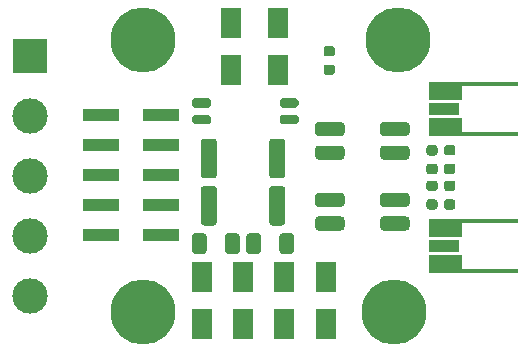
<source format=gts>
G04 #@! TF.GenerationSoftware,KiCad,Pcbnew,5.1.9-73d0e3b20d~88~ubuntu20.04.1*
G04 #@! TF.CreationDate,2021-08-23T08:34:32+03:00*
G04 #@! TF.ProjectId,multirange_adapter,6d756c74-6972-4616-9e67-655f61646170,rev?*
G04 #@! TF.SameCoordinates,Original*
G04 #@! TF.FileFunction,Soldermask,Top*
G04 #@! TF.FilePolarity,Negative*
%FSLAX46Y46*%
G04 Gerber Fmt 4.6, Leading zero omitted, Abs format (unit mm)*
G04 Created by KiCad (PCBNEW 5.1.9-73d0e3b20d~88~ubuntu20.04.1) date 2021-08-23 08:34:32*
%MOMM*%
%LPD*%
G01*
G04 APERTURE LIST*
%ADD10C,0.350000*%
%ADD11R,2.600000X1.100000*%
%ADD12R,3.150000X1.000000*%
%ADD13C,5.500000*%
%ADD14C,3.000000*%
%ADD15R,3.000000X3.000000*%
%ADD16R,1.800000X2.500000*%
G04 APERTURE END LIST*
D10*
G04 #@! TO.C,J4*
G36*
X110250000Y-106600000D02*
G01*
X117750000Y-106600000D01*
X117750000Y-106950000D01*
X113050000Y-106950000D01*
X113050000Y-108150000D01*
X110250000Y-108150000D01*
X110250000Y-106600000D01*
G37*
G36*
X110250000Y-109650000D02*
G01*
X113050000Y-109650000D01*
X113050000Y-110850000D01*
X117750000Y-110850000D01*
X117750000Y-111200000D01*
X110250000Y-111200000D01*
X110250000Y-109650000D01*
G37*
D11*
X111550000Y-108900000D03*
G04 #@! TD*
D10*
G04 #@! TO.C,J3*
G36*
X110250000Y-95000000D02*
G01*
X117750000Y-95000000D01*
X117750000Y-95350000D01*
X113050000Y-95350000D01*
X113050000Y-96550000D01*
X110250000Y-96550000D01*
X110250000Y-95000000D01*
G37*
G36*
X110250000Y-98050000D02*
G01*
X113050000Y-98050000D01*
X113050000Y-99250000D01*
X117750000Y-99250000D01*
X117750000Y-99600000D01*
X110250000Y-99600000D01*
X110250000Y-98050000D01*
G37*
D11*
X111550000Y-97300000D03*
G04 #@! TD*
G04 #@! TO.C,C2*
G36*
G01*
X112256250Y-104250000D02*
X111743750Y-104250000D01*
G75*
G02*
X111525000Y-104031250I0J218750D01*
G01*
X111525000Y-103593750D01*
G75*
G02*
X111743750Y-103375000I218750J0D01*
G01*
X112256250Y-103375000D01*
G75*
G02*
X112475000Y-103593750I0J-218750D01*
G01*
X112475000Y-104031250D01*
G75*
G02*
X112256250Y-104250000I-218750J0D01*
G01*
G37*
G36*
G01*
X112256250Y-105825000D02*
X111743750Y-105825000D01*
G75*
G02*
X111525000Y-105606250I0J218750D01*
G01*
X111525000Y-105168750D01*
G75*
G02*
X111743750Y-104950000I218750J0D01*
G01*
X112256250Y-104950000D01*
G75*
G02*
X112475000Y-105168750I0J-218750D01*
G01*
X112475000Y-105606250D01*
G75*
G02*
X112256250Y-105825000I-218750J0D01*
G01*
G37*
G04 #@! TD*
G04 #@! TO.C,C1*
G36*
G01*
X111743750Y-101937500D02*
X112256250Y-101937500D01*
G75*
G02*
X112475000Y-102156250I0J-218750D01*
G01*
X112475000Y-102593750D01*
G75*
G02*
X112256250Y-102812500I-218750J0D01*
G01*
X111743750Y-102812500D01*
G75*
G02*
X111525000Y-102593750I0J218750D01*
G01*
X111525000Y-102156250D01*
G75*
G02*
X111743750Y-101937500I218750J0D01*
G01*
G37*
G36*
G01*
X111743750Y-100362500D02*
X112256250Y-100362500D01*
G75*
G02*
X112475000Y-100581250I0J-218750D01*
G01*
X112475000Y-101018750D01*
G75*
G02*
X112256250Y-101237500I-218750J0D01*
G01*
X111743750Y-101237500D01*
G75*
G02*
X111525000Y-101018750I0J218750D01*
G01*
X111525000Y-100581250D01*
G75*
G02*
X111743750Y-100362500I218750J0D01*
G01*
G37*
G04 #@! TD*
G04 #@! TO.C,R7*
G36*
G01*
X110756250Y-104250000D02*
X110243750Y-104250000D01*
G75*
G02*
X110025000Y-104031250I0J218750D01*
G01*
X110025000Y-103593750D01*
G75*
G02*
X110243750Y-103375000I218750J0D01*
G01*
X110756250Y-103375000D01*
G75*
G02*
X110975000Y-103593750I0J-218750D01*
G01*
X110975000Y-104031250D01*
G75*
G02*
X110756250Y-104250000I-218750J0D01*
G01*
G37*
G36*
G01*
X110756250Y-105825000D02*
X110243750Y-105825000D01*
G75*
G02*
X110025000Y-105606250I0J218750D01*
G01*
X110025000Y-105168750D01*
G75*
G02*
X110243750Y-104950000I218750J0D01*
G01*
X110756250Y-104950000D01*
G75*
G02*
X110975000Y-105168750I0J-218750D01*
G01*
X110975000Y-105606250D01*
G75*
G02*
X110756250Y-105825000I-218750J0D01*
G01*
G37*
G04 #@! TD*
G04 #@! TO.C,R6*
G36*
G01*
X110243750Y-101950000D02*
X110756250Y-101950000D01*
G75*
G02*
X110975000Y-102168750I0J-218750D01*
G01*
X110975000Y-102606250D01*
G75*
G02*
X110756250Y-102825000I-218750J0D01*
G01*
X110243750Y-102825000D01*
G75*
G02*
X110025000Y-102606250I0J218750D01*
G01*
X110025000Y-102168750D01*
G75*
G02*
X110243750Y-101950000I218750J0D01*
G01*
G37*
G36*
G01*
X110243750Y-100375000D02*
X110756250Y-100375000D01*
G75*
G02*
X110975000Y-100593750I0J-218750D01*
G01*
X110975000Y-101031250D01*
G75*
G02*
X110756250Y-101250000I-218750J0D01*
G01*
X110243750Y-101250000D01*
G75*
G02*
X110025000Y-101031250I0J218750D01*
G01*
X110025000Y-100593750D01*
G75*
G02*
X110243750Y-100375000I218750J0D01*
G01*
G37*
G04 #@! TD*
G04 #@! TO.C,R1*
G36*
G01*
X102056250Y-92850000D02*
X101543750Y-92850000D01*
G75*
G02*
X101325000Y-92631250I0J218750D01*
G01*
X101325000Y-92193750D01*
G75*
G02*
X101543750Y-91975000I218750J0D01*
G01*
X102056250Y-91975000D01*
G75*
G02*
X102275000Y-92193750I0J-218750D01*
G01*
X102275000Y-92631250D01*
G75*
G02*
X102056250Y-92850000I-218750J0D01*
G01*
G37*
G36*
G01*
X102056250Y-94425000D02*
X101543750Y-94425000D01*
G75*
G02*
X101325000Y-94206250I0J218750D01*
G01*
X101325000Y-93768750D01*
G75*
G02*
X101543750Y-93550000I218750J0D01*
G01*
X102056250Y-93550000D01*
G75*
G02*
X102275000Y-93768750I0J-218750D01*
G01*
X102275000Y-94206250D01*
G75*
G02*
X102056250Y-94425000I-218750J0D01*
G01*
G37*
G04 #@! TD*
D12*
G04 #@! TO.C,J2*
X87525000Y-107980000D03*
X82475000Y-107980000D03*
X87525000Y-105440000D03*
X82475000Y-105440000D03*
X87525000Y-102900000D03*
X82475000Y-102900000D03*
X87525000Y-100360000D03*
X82475000Y-100360000D03*
X87525000Y-97820000D03*
X82475000Y-97820000D03*
G04 #@! TD*
D13*
G04 #@! TO.C,H4*
X107300000Y-114500000D03*
G04 #@! TD*
G04 #@! TO.C,H3*
X107600000Y-91500000D03*
G04 #@! TD*
G04 #@! TO.C,H2*
X86000000Y-114500000D03*
G04 #@! TD*
G04 #@! TO.C,H1*
X86000000Y-91500000D03*
G04 #@! TD*
G04 #@! TO.C,R3*
G36*
G01*
X92275000Y-100074999D02*
X92275000Y-102925001D01*
G75*
G02*
X92025001Y-103175000I-249999J0D01*
G01*
X91174999Y-103175000D01*
G75*
G02*
X90925000Y-102925001I0J249999D01*
G01*
X90925000Y-100074999D01*
G75*
G02*
X91174999Y-99825000I249999J0D01*
G01*
X92025001Y-99825000D01*
G75*
G02*
X92275000Y-100074999I0J-249999D01*
G01*
G37*
G36*
G01*
X98075000Y-100074999D02*
X98075000Y-102925001D01*
G75*
G02*
X97825001Y-103175000I-249999J0D01*
G01*
X96974999Y-103175000D01*
G75*
G02*
X96725000Y-102925001I0J249999D01*
G01*
X96725000Y-100074999D01*
G75*
G02*
X96974999Y-99825000I249999J0D01*
G01*
X97825001Y-99825000D01*
G75*
G02*
X98075000Y-100074999I0J-249999D01*
G01*
G37*
G04 #@! TD*
G04 #@! TO.C,R5*
G36*
G01*
X91425000Y-108075000D02*
X91425000Y-109325000D01*
G75*
G02*
X91175000Y-109575000I-250000J0D01*
G01*
X90425000Y-109575000D01*
G75*
G02*
X90175000Y-109325000I0J250000D01*
G01*
X90175000Y-108075000D01*
G75*
G02*
X90425000Y-107825000I250000J0D01*
G01*
X91175000Y-107825000D01*
G75*
G02*
X91425000Y-108075000I0J-250000D01*
G01*
G37*
G36*
G01*
X94225000Y-108075000D02*
X94225000Y-109325000D01*
G75*
G02*
X93975000Y-109575000I-250000J0D01*
G01*
X93225000Y-109575000D01*
G75*
G02*
X92975000Y-109325000I0J250000D01*
G01*
X92975000Y-108075000D01*
G75*
G02*
X93225000Y-107825000I250000J0D01*
G01*
X93975000Y-107825000D01*
G75*
G02*
X94225000Y-108075000I0J-250000D01*
G01*
G37*
G04 #@! TD*
G04 #@! TO.C,R2*
G36*
G01*
X97575000Y-109325000D02*
X97575000Y-108075000D01*
G75*
G02*
X97825000Y-107825000I250000J0D01*
G01*
X98575000Y-107825000D01*
G75*
G02*
X98825000Y-108075000I0J-250000D01*
G01*
X98825000Y-109325000D01*
G75*
G02*
X98575000Y-109575000I-250000J0D01*
G01*
X97825000Y-109575000D01*
G75*
G02*
X97575000Y-109325000I0J250000D01*
G01*
G37*
G36*
G01*
X94775000Y-109325000D02*
X94775000Y-108075000D01*
G75*
G02*
X95025000Y-107825000I250000J0D01*
G01*
X95775000Y-107825000D01*
G75*
G02*
X96025000Y-108075000I0J-250000D01*
G01*
X96025000Y-109325000D01*
G75*
G02*
X95775000Y-109575000I-250000J0D01*
G01*
X95025000Y-109575000D01*
G75*
G02*
X94775000Y-109325000I0J250000D01*
G01*
G37*
G04 #@! TD*
G04 #@! TO.C,SW2*
G36*
G01*
X106400000Y-106400000D02*
X108300000Y-106400000D01*
G75*
G02*
X108600000Y-106700000I0J-300000D01*
G01*
X108600000Y-107300000D01*
G75*
G02*
X108300000Y-107600000I-300000J0D01*
G01*
X106400000Y-107600000D01*
G75*
G02*
X106100000Y-107300000I0J300000D01*
G01*
X106100000Y-106700000D01*
G75*
G02*
X106400000Y-106400000I300000J0D01*
G01*
G37*
G36*
G01*
X106400000Y-104400000D02*
X108300000Y-104400000D01*
G75*
G02*
X108600000Y-104700000I0J-300000D01*
G01*
X108600000Y-105300000D01*
G75*
G02*
X108300000Y-105600000I-300000J0D01*
G01*
X106400000Y-105600000D01*
G75*
G02*
X106100000Y-105300000I0J300000D01*
G01*
X106100000Y-104700000D01*
G75*
G02*
X106400000Y-104400000I300000J0D01*
G01*
G37*
G36*
G01*
X106400000Y-100400000D02*
X108300000Y-100400000D01*
G75*
G02*
X108600000Y-100700000I0J-300000D01*
G01*
X108600000Y-101300000D01*
G75*
G02*
X108300000Y-101600000I-300000J0D01*
G01*
X106400000Y-101600000D01*
G75*
G02*
X106100000Y-101300000I0J300000D01*
G01*
X106100000Y-100700000D01*
G75*
G02*
X106400000Y-100400000I300000J0D01*
G01*
G37*
G36*
G01*
X106400000Y-98400000D02*
X108300000Y-98400000D01*
G75*
G02*
X108600000Y-98700000I0J-300000D01*
G01*
X108600000Y-99300000D01*
G75*
G02*
X108300000Y-99600000I-300000J0D01*
G01*
X106400000Y-99600000D01*
G75*
G02*
X106100000Y-99300000I0J300000D01*
G01*
X106100000Y-98700000D01*
G75*
G02*
X106400000Y-98400000I300000J0D01*
G01*
G37*
G36*
G01*
X100900000Y-106400000D02*
X102800000Y-106400000D01*
G75*
G02*
X103100000Y-106700000I0J-300000D01*
G01*
X103100000Y-107300000D01*
G75*
G02*
X102800000Y-107600000I-300000J0D01*
G01*
X100900000Y-107600000D01*
G75*
G02*
X100600000Y-107300000I0J300000D01*
G01*
X100600000Y-106700000D01*
G75*
G02*
X100900000Y-106400000I300000J0D01*
G01*
G37*
G36*
G01*
X100900000Y-104400000D02*
X102800000Y-104400000D01*
G75*
G02*
X103100000Y-104700000I0J-300000D01*
G01*
X103100000Y-105300000D01*
G75*
G02*
X102800000Y-105600000I-300000J0D01*
G01*
X100900000Y-105600000D01*
G75*
G02*
X100600000Y-105300000I0J300000D01*
G01*
X100600000Y-104700000D01*
G75*
G02*
X100900000Y-104400000I300000J0D01*
G01*
G37*
G36*
G01*
X100900000Y-100400000D02*
X102800000Y-100400000D01*
G75*
G02*
X103100000Y-100700000I0J-300000D01*
G01*
X103100000Y-101300000D01*
G75*
G02*
X102800000Y-101600000I-300000J0D01*
G01*
X100900000Y-101600000D01*
G75*
G02*
X100600000Y-101300000I0J300000D01*
G01*
X100600000Y-100700000D01*
G75*
G02*
X100900000Y-100400000I300000J0D01*
G01*
G37*
G36*
G01*
X100900000Y-98400000D02*
X102800000Y-98400000D01*
G75*
G02*
X103100000Y-98700000I0J-300000D01*
G01*
X103100000Y-99300000D01*
G75*
G02*
X102800000Y-99600000I-300000J0D01*
G01*
X100900000Y-99600000D01*
G75*
G02*
X100600000Y-99300000I0J300000D01*
G01*
X100600000Y-98700000D01*
G75*
G02*
X100900000Y-98400000I300000J0D01*
G01*
G37*
G04 #@! TD*
G04 #@! TO.C,R4*
G36*
G01*
X92275000Y-104074999D02*
X92275000Y-106925001D01*
G75*
G02*
X92025001Y-107175000I-249999J0D01*
G01*
X91174999Y-107175000D01*
G75*
G02*
X90925000Y-106925001I0J249999D01*
G01*
X90925000Y-104074999D01*
G75*
G02*
X91174999Y-103825000I249999J0D01*
G01*
X92025001Y-103825000D01*
G75*
G02*
X92275000Y-104074999I0J-249999D01*
G01*
G37*
G36*
G01*
X98075000Y-104074999D02*
X98075000Y-106925001D01*
G75*
G02*
X97825001Y-107175000I-249999J0D01*
G01*
X96974999Y-107175000D01*
G75*
G02*
X96725000Y-106925001I0J249999D01*
G01*
X96725000Y-104074999D01*
G75*
G02*
X96974999Y-103825000I249999J0D01*
G01*
X97825001Y-103825000D01*
G75*
G02*
X98075000Y-104074999I0J-249999D01*
G01*
G37*
G04 #@! TD*
D14*
G04 #@! TO.C,J1*
X76500000Y-113120000D03*
X76500000Y-108040000D03*
D15*
X76500000Y-92800000D03*
D14*
X76500000Y-102960000D03*
X76500000Y-97880000D03*
G04 #@! TD*
G04 #@! TO.C,F1*
G36*
G01*
X97600000Y-98400000D02*
X97600000Y-98000000D01*
G75*
G02*
X97800000Y-97800000I200000J0D01*
G01*
X99000000Y-97800000D01*
G75*
G02*
X99200000Y-98000000I0J-200000D01*
G01*
X99200000Y-98400000D01*
G75*
G02*
X99000000Y-98600000I-200000J0D01*
G01*
X97800000Y-98600000D01*
G75*
G02*
X97600000Y-98400000I0J200000D01*
G01*
G37*
G36*
G01*
X97600000Y-97000000D02*
X97600000Y-96600000D01*
G75*
G02*
X97800000Y-96400000I200000J0D01*
G01*
X99000000Y-96400000D01*
G75*
G02*
X99200000Y-96600000I0J-200000D01*
G01*
X99200000Y-97000000D01*
G75*
G02*
X99000000Y-97200000I-200000J0D01*
G01*
X97800000Y-97200000D01*
G75*
G02*
X97600000Y-97000000I0J200000D01*
G01*
G37*
G36*
G01*
X90200000Y-98400000D02*
X90200000Y-98000000D01*
G75*
G02*
X90400000Y-97800000I200000J0D01*
G01*
X91600000Y-97800000D01*
G75*
G02*
X91800000Y-98000000I0J-200000D01*
G01*
X91800000Y-98400000D01*
G75*
G02*
X91600000Y-98600000I-200000J0D01*
G01*
X90400000Y-98600000D01*
G75*
G02*
X90200000Y-98400000I0J200000D01*
G01*
G37*
G36*
G01*
X90200000Y-97000000D02*
X90200000Y-96600000D01*
G75*
G02*
X90400000Y-96400000I200000J0D01*
G01*
X91600000Y-96400000D01*
G75*
G02*
X91800000Y-96600000I0J-200000D01*
G01*
X91800000Y-97000000D01*
G75*
G02*
X91600000Y-97200000I-200000J0D01*
G01*
X90400000Y-97200000D01*
G75*
G02*
X90200000Y-97000000I0J200000D01*
G01*
G37*
G04 #@! TD*
D16*
G04 #@! TO.C,D6*
X101500000Y-115500000D03*
X101500000Y-111500000D03*
G04 #@! TD*
G04 #@! TO.C,D4*
X98000000Y-115500000D03*
X98000000Y-111500000D03*
G04 #@! TD*
G04 #@! TO.C,D2*
X93500000Y-94000000D03*
X93500000Y-90000000D03*
G04 #@! TD*
G04 #@! TO.C,D5*
X91000000Y-111500000D03*
X91000000Y-115500000D03*
G04 #@! TD*
G04 #@! TO.C,D3*
X94500000Y-111500000D03*
X94500000Y-115500000D03*
G04 #@! TD*
G04 #@! TO.C,D1*
X97500000Y-90000000D03*
X97500000Y-94000000D03*
G04 #@! TD*
M02*

</source>
